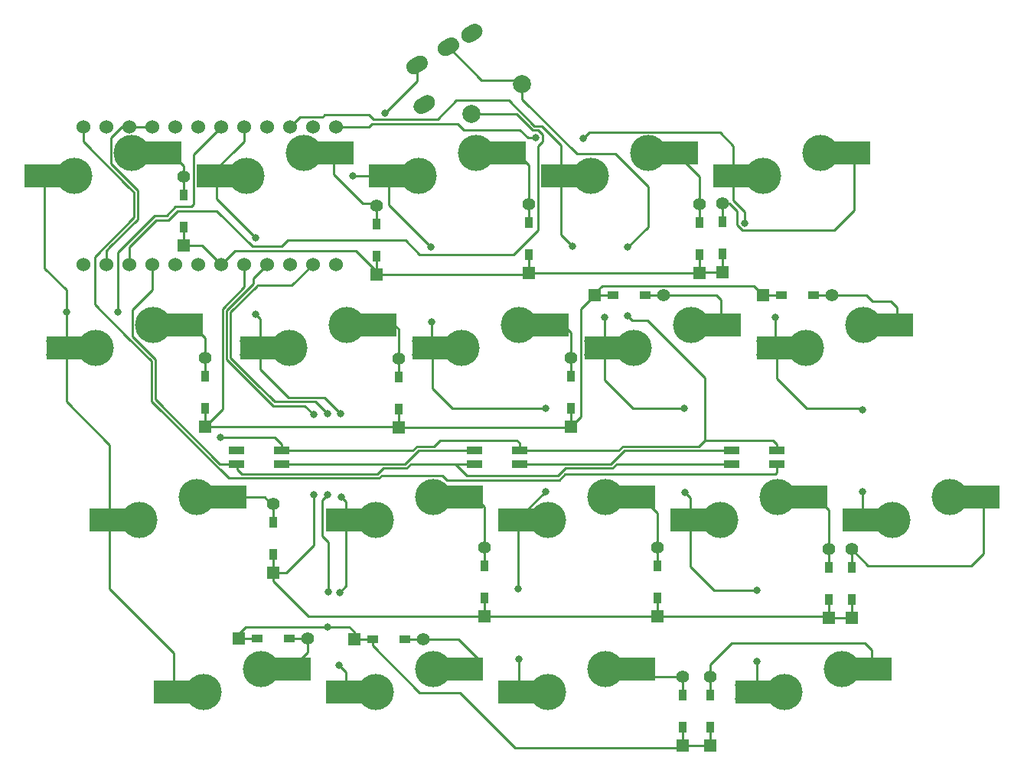
<source format=gbr>
G04 #@! TF.GenerationSoftware,KiCad,Pcbnew,(5.1.6-0-10_14)*
G04 #@! TF.CreationDate,2022-03-06T15:35:19+09:00*
G04 #@! TF.ProjectId,cool936,636f6f6c-3933-4362-9e6b-696361645f70,rev?*
G04 #@! TF.SameCoordinates,Original*
G04 #@! TF.FileFunction,Copper,L2,Bot*
G04 #@! TF.FilePolarity,Positive*
%FSLAX46Y46*%
G04 Gerber Fmt 4.6, Leading zero omitted, Abs format (unit mm)*
G04 Created by KiCad (PCBNEW (5.1.6-0-10_14)) date 2022-03-06 15:35:19*
%MOMM*%
%LPD*%
G01*
G04 APERTURE LIST*
G04 #@! TA.AperFunction,ComponentPad*
%ADD10C,1.397000*%
G04 #@! TD*
G04 #@! TA.AperFunction,ComponentPad*
%ADD11R,1.397000X1.397000*%
G04 #@! TD*
G04 #@! TA.AperFunction,SMDPad,CuDef*
%ADD12R,0.950000X1.300000*%
G04 #@! TD*
G04 #@! TA.AperFunction,Conductor*
%ADD13R,4.500000X2.500000*%
G04 #@! TD*
G04 #@! TA.AperFunction,ViaPad*
%ADD14C,0.800000*%
G04 #@! TD*
G04 #@! TA.AperFunction,ViaPad*
%ADD15C,4.000000*%
G04 #@! TD*
G04 #@! TA.AperFunction,SMDPad,CuDef*
%ADD16R,1.300000X0.950000*%
G04 #@! TD*
G04 #@! TA.AperFunction,SMDPad,CuDef*
%ADD17R,1.800000X0.820000*%
G04 #@! TD*
G04 #@! TA.AperFunction,ComponentPad*
%ADD18C,1.524000*%
G04 #@! TD*
G04 #@! TA.AperFunction,ComponentPad*
%ADD19C,2.000000*%
G04 #@! TD*
G04 #@! TA.AperFunction,Conductor*
%ADD20C,0.250000*%
G04 #@! TD*
G04 APERTURE END LIST*
D10*
X39220000Y-17580000D03*
D11*
X39220000Y-25200000D03*
D12*
X39220000Y-23165000D03*
X39220000Y-19615000D03*
D10*
X46790000Y-33730000D03*
D11*
X46790000Y-41350000D03*
D12*
X46790000Y-39315000D03*
X46790000Y-35765000D03*
D10*
X95100000Y-52870000D03*
D11*
X95100000Y-60490000D03*
D12*
X95100000Y-58455000D03*
X95100000Y-54905000D03*
D13*
X34417000Y5080000D03*
X21490000Y2540000D03*
D14*
X36195000Y4318000D03*
X19685000Y1778000D03*
X36195000Y5842000D03*
X19685000Y3302000D03*
D15*
X24765000Y2540000D03*
X31115000Y5080000D03*
D10*
X92090000Y-52870000D03*
D11*
X92090000Y-60490000D03*
D12*
X92090000Y-58455000D03*
X92090000Y-54905000D03*
D15*
X50165000Y5080000D03*
X43815000Y2540000D03*
D14*
X38735000Y3302000D03*
X55245000Y5842000D03*
X38735000Y1778000D03*
X55245000Y4318000D03*
D13*
X40540000Y2540000D03*
X53467000Y5080000D03*
D15*
X69215000Y5080000D03*
X62865000Y2540000D03*
D14*
X57785000Y3302000D03*
X74295000Y5842000D03*
X57785000Y1778000D03*
X74295000Y4318000D03*
D13*
X59590000Y2540000D03*
X72517000Y5080000D03*
D10*
X89230000Y-38610000D03*
D11*
X89230000Y-46230000D03*
D12*
X89230000Y-44195000D03*
X89230000Y-40645000D03*
D10*
X108220000Y-38760000D03*
D11*
X108220000Y-46380000D03*
D12*
X108220000Y-44345000D03*
X108220000Y-40795000D03*
X110750000Y-40825000D03*
X110750000Y-44375000D03*
D11*
X110750000Y-46410000D03*
D10*
X110750000Y-38790000D03*
X50590000Y-48660000D03*
D11*
X42970000Y-48660000D03*
D16*
X45005000Y-48660000D03*
X48555000Y-48660000D03*
D10*
X63340000Y-48730000D03*
D11*
X55720000Y-48730000D03*
D16*
X57755000Y-48730000D03*
X61305000Y-48730000D03*
D13*
X112998500Y-52070000D03*
X100071500Y-54610000D03*
D14*
X114776500Y-52832000D03*
X98266500Y-55372000D03*
X114776500Y-51308000D03*
X98266500Y-53848000D03*
D15*
X103346500Y-54610000D03*
X109696500Y-52070000D03*
D10*
X36880000Y2470000D03*
D11*
X36880000Y-5150000D03*
D12*
X36880000Y-3115000D03*
X36880000Y435000D03*
D17*
X97520000Y-29340000D03*
X97520000Y-27840000D03*
X102520000Y-27840000D03*
X102520000Y-29340000D03*
D18*
X25772000Y7991400D03*
X28312000Y7991400D03*
X30852000Y7991400D03*
X33392000Y7991400D03*
X35932000Y7991400D03*
X38472000Y7991400D03*
X41012000Y7991400D03*
X43552000Y7991400D03*
X46092000Y7991400D03*
X48632000Y7991400D03*
X51172000Y7991400D03*
X53712000Y7991400D03*
X53712000Y-7228600D03*
X51172000Y-7228600D03*
X48632000Y-7228600D03*
X46092000Y-7228600D03*
X43552000Y-7228600D03*
X41012000Y-7228600D03*
X38472000Y-7228600D03*
X35932000Y-7228600D03*
X33392000Y-7228600D03*
X30852000Y-7228600D03*
X28312000Y-7228600D03*
X25772000Y-7228600D03*
G04 #@! TA.AperFunction,ComponentPad*
G36*
G01*
X69513526Y17822531D02*
X68820706Y17422531D01*
G75*
G02*
X67659584Y17733653I-425000J736122D01*
G01*
X67659584Y17733653D01*
G75*
G02*
X67970706Y18894775I736122J425000D01*
G01*
X68663526Y19294775D01*
G75*
G02*
X69824648Y18983653I425000J-736122D01*
G01*
X69824648Y18983653D01*
G75*
G02*
X69513526Y17822531I-736122J-425000D01*
G01*
G37*
G04 #@! TD.AperFunction*
G04 #@! TA.AperFunction,ComponentPad*
G36*
G01*
X66915450Y16322531D02*
X66222630Y15922531D01*
G75*
G02*
X65061508Y16233653I-425000J736122D01*
G01*
X65061508Y16233653D01*
G75*
G02*
X65372630Y17394775I736122J425000D01*
G01*
X66065450Y17794775D01*
G75*
G02*
X67226572Y17483653I425000J-736122D01*
G01*
X67226572Y17483653D01*
G75*
G02*
X66915450Y16322531I-736122J-425000D01*
G01*
G37*
G04 #@! TD.AperFunction*
G04 #@! TA.AperFunction,ComponentPad*
G36*
G01*
X63451348Y14322531D02*
X62758528Y13922531D01*
G75*
G02*
X61597406Y14233653I-425000J736122D01*
G01*
X61597406Y14233653D01*
G75*
G02*
X61908528Y15394775I736122J425000D01*
G01*
X62601348Y15794775D01*
G75*
G02*
X63762470Y15483653I425000J-736122D01*
G01*
X63762470Y15483653D01*
G75*
G02*
X63451348Y14322531I-736122J-425000D01*
G01*
G37*
G04 #@! TD.AperFunction*
G04 #@! TA.AperFunction,ComponentPad*
G36*
G01*
X64252310Y9935225D02*
X63559490Y9535225D01*
G75*
G02*
X62398368Y9846347I-425000J736122D01*
G01*
X62398368Y9846347D01*
G75*
G02*
X62709490Y11007469I736122J425000D01*
G01*
X63402310Y11407469D01*
G75*
G02*
X64563432Y11096347I425000J-736122D01*
G01*
X64563432Y11096347D01*
G75*
G02*
X64252310Y9935225I-736122J-425000D01*
G01*
G37*
G04 #@! TD.AperFunction*
D15*
X83502500Y-52070000D03*
X77152500Y-54610000D03*
D14*
X72072500Y-53848000D03*
X88582500Y-51308000D03*
X72072500Y-55372000D03*
X88582500Y-52832000D03*
D13*
X73877500Y-54610000D03*
X86804500Y-52070000D03*
D15*
X54927500Y-13970000D03*
X48577500Y-16510000D03*
D14*
X43497500Y-15748000D03*
X60007500Y-13208000D03*
X43497500Y-17272000D03*
X60007500Y-14732000D03*
D13*
X45302500Y-16510000D03*
X58229500Y-13970000D03*
D15*
X64452500Y-52070000D03*
X58102500Y-54610000D03*
D14*
X53022500Y-53848000D03*
X69532500Y-51308000D03*
X53022500Y-55372000D03*
X69532500Y-52832000D03*
D13*
X54827500Y-54610000D03*
X67754500Y-52070000D03*
D15*
X33496000Y-13970000D03*
X27146000Y-16510000D03*
D14*
X22066000Y-15748000D03*
X38576000Y-13208000D03*
X22066000Y-17272000D03*
X38576000Y-14732000D03*
D13*
X23871000Y-16510000D03*
X36798000Y-13970000D03*
D15*
X88265000Y5080000D03*
X81915000Y2540000D03*
D14*
X76835000Y3302000D03*
X93345000Y5842000D03*
X76835000Y1778000D03*
X93345000Y4318000D03*
D13*
X78640000Y2540000D03*
X91567000Y5080000D03*
D17*
X47720000Y-29330000D03*
X47720000Y-27830000D03*
X42720000Y-27830000D03*
X42720000Y-29330000D03*
D15*
X107315000Y5080000D03*
X100965000Y2540000D03*
D14*
X95885000Y3302000D03*
X112395000Y5842000D03*
X95885000Y1778000D03*
X112395000Y4318000D03*
D13*
X97690000Y2540000D03*
X110617000Y5080000D03*
D15*
X45402500Y-52070000D03*
X39052500Y-54610000D03*
D14*
X33972500Y-53848000D03*
X50482500Y-51308000D03*
X33972500Y-55372000D03*
X50482500Y-52832000D03*
D13*
X35777500Y-54610000D03*
X48704500Y-52070000D03*
D15*
X93027500Y-13970000D03*
X86677500Y-16510000D03*
D14*
X81597500Y-15748000D03*
X98107500Y-13208000D03*
X81597500Y-17272000D03*
X98107500Y-14732000D03*
D13*
X83402500Y-16510000D03*
X96329500Y-13970000D03*
D15*
X38259000Y-33020000D03*
X31909000Y-35560000D03*
D14*
X26829000Y-34798000D03*
X43339000Y-32258000D03*
X26829000Y-36322000D03*
X43339000Y-33782000D03*
D13*
X28634000Y-35560000D03*
X41561000Y-33020000D03*
D15*
X73977500Y-13970000D03*
X67627500Y-16510000D03*
D14*
X62547500Y-15748000D03*
X79057500Y-13208000D03*
X62547500Y-17272000D03*
X79057500Y-14732000D03*
D13*
X64352500Y-16510000D03*
X77279500Y-13970000D03*
D15*
X112077500Y-13970000D03*
X105727500Y-16510000D03*
D14*
X100647500Y-15748000D03*
X117157500Y-13208000D03*
X100647500Y-17272000D03*
X117157500Y-14732000D03*
D13*
X102452500Y-16510000D03*
X115379500Y-13970000D03*
D19*
X74324583Y12685000D03*
X68695417Y9435000D03*
D10*
X75040000Y-560000D03*
D11*
X75040000Y-8180000D03*
D12*
X75040000Y-6145000D03*
X75040000Y-2595000D03*
D10*
X58200000Y-700000D03*
D11*
X58200000Y-8320000D03*
D12*
X58200000Y-6285000D03*
X58200000Y-2735000D03*
D10*
X96480000Y-500000D03*
D11*
X96480000Y-8120000D03*
D12*
X96480000Y-6085000D03*
X96480000Y-2535000D03*
D15*
X121602500Y-33020000D03*
X115252500Y-35560000D03*
D14*
X110172500Y-34798000D03*
X126682500Y-32258000D03*
X110172500Y-36322000D03*
X126682500Y-33782000D03*
D13*
X111977500Y-35560000D03*
X124904500Y-33020000D03*
D17*
X69000000Y-29350000D03*
X69000000Y-27850000D03*
X74000000Y-27850000D03*
X74000000Y-29350000D03*
D10*
X93900000Y-590000D03*
D11*
X93900000Y-8210000D03*
D12*
X93900000Y-6175000D03*
X93900000Y-2625000D03*
D10*
X89960000Y-10620000D03*
D11*
X82340000Y-10620000D03*
D16*
X84375000Y-10620000D03*
X87925000Y-10620000D03*
X106515000Y-10620000D03*
X102965000Y-10620000D03*
D11*
X100930000Y-10620000D03*
D10*
X108550000Y-10620000D03*
D15*
X83502500Y-33020000D03*
X77152500Y-35560000D03*
D14*
X72072500Y-34798000D03*
X88582500Y-32258000D03*
X72072500Y-36322000D03*
X88582500Y-33782000D03*
D13*
X73877500Y-35560000D03*
X86804500Y-33020000D03*
D15*
X64452500Y-33020000D03*
X58102500Y-35560000D03*
D14*
X53022500Y-34798000D03*
X69532500Y-32258000D03*
X53022500Y-36322000D03*
X69532500Y-33782000D03*
D13*
X54827500Y-35560000D03*
X67754500Y-33020000D03*
D10*
X70160000Y-38570000D03*
D11*
X70160000Y-46190000D03*
D12*
X70160000Y-44155000D03*
X70160000Y-40605000D03*
D10*
X79700000Y-17610000D03*
D11*
X79700000Y-25230000D03*
D12*
X79700000Y-23195000D03*
X79700000Y-19645000D03*
D10*
X60690000Y-17660000D03*
D11*
X60690000Y-25280000D03*
D12*
X60690000Y-23245000D03*
X60690000Y-19695000D03*
D15*
X102552500Y-33020000D03*
X96202500Y-35560000D03*
D14*
X91122500Y-34798000D03*
X107632500Y-32258000D03*
X91122500Y-36322000D03*
X107632500Y-33782000D03*
D13*
X92927500Y-35560000D03*
X105854500Y-33020000D03*
D14*
X51230000Y-23860000D03*
X51270000Y-32720000D03*
X52870000Y-43480000D03*
X52820000Y-47370000D03*
X52790000Y-23800000D03*
X52790000Y-32720000D03*
X40960000Y-26370000D03*
X85960000Y-12940000D03*
X85960000Y-5340000D03*
X59140000Y9550000D03*
X23871000Y-12529000D03*
X29600000Y-12530000D03*
X54270000Y-32970000D03*
X54220000Y-23800000D03*
X44840000Y-12780000D03*
X44790000Y-4250000D03*
X54070000Y-51600000D03*
X54130000Y-43540000D03*
X76870000Y-32410000D03*
X64290000Y-13600000D03*
X64220000Y-5290000D03*
X73900000Y-43150000D03*
X73960000Y-50910000D03*
X55590000Y2540000D03*
X76870000Y-23190000D03*
X79900000Y-5250000D03*
X92240000Y-23210000D03*
X92300000Y-32490000D03*
X100240000Y-43320000D03*
X83420000Y-13130000D03*
X100240000Y-51190000D03*
X111940000Y-32410000D03*
X98950000Y-2670000D03*
X102290000Y-13110000D03*
X111920000Y-23310000D03*
X75850000Y6760000D03*
X81040000Y6730000D03*
D20*
X36880000Y2470000D02*
X36880000Y3633000D01*
X36880000Y2230000D02*
X36880000Y195000D01*
X35433000Y5080000D02*
X36195000Y4318000D01*
X34417000Y4693000D02*
X34417000Y5080000D01*
X34417000Y5080000D02*
X35433000Y5080000D01*
X34417000Y5080000D02*
X31115000Y5080000D01*
X36880000Y3633000D02*
X36195000Y4318000D01*
X36880000Y2470000D02*
X36880000Y435000D01*
X53467000Y2723000D02*
X53467000Y5080000D01*
X50165000Y5080000D02*
X53467000Y5080000D01*
X56640000Y-450000D02*
X53467000Y2723000D01*
X56640000Y-450000D02*
X57950000Y-450000D01*
X58200000Y-700000D02*
X58200000Y-2735000D01*
X58200000Y-700000D02*
X58200000Y-510000D01*
X57950000Y-450000D02*
X58200000Y-700000D01*
X75040000Y3750000D02*
X75040000Y-560000D01*
X72517000Y5080000D02*
X73710000Y5080000D01*
X75040000Y-560000D02*
X75040000Y-2595000D01*
X69215000Y5080000D02*
X72517000Y5080000D01*
X73710000Y5080000D02*
X75040000Y3750000D01*
X93900000Y2510000D02*
X91567000Y4843000D01*
X93900000Y-590000D02*
X93900000Y2510000D01*
X93900000Y-2625000D02*
X93900000Y-590000D01*
X91567000Y4843000D02*
X91567000Y5080000D01*
X91567000Y5080000D02*
X88265000Y5080000D01*
X98686998Y-3480000D02*
X108850000Y-3480000D01*
X98040000Y-1340000D02*
X98040000Y-2833002D01*
X96480000Y-500000D02*
X96480000Y-2535000D01*
X96480000Y-500000D02*
X97200000Y-500000D01*
X107315000Y5080000D02*
X110617000Y5080000D01*
X97200000Y-500000D02*
X98040000Y-1340000D01*
X98040000Y-2833002D02*
X98686998Y-3480000D01*
X108850000Y-3480000D02*
X111055001Y-1274999D01*
X111055001Y-1274999D02*
X111055001Y4641999D01*
X111055001Y4641999D02*
X110617000Y5080000D01*
X58229500Y-13970000D02*
X60250000Y-13970000D01*
X60690000Y-14410000D02*
X60690000Y-17660000D01*
X60690000Y-17660000D02*
X60690000Y-19695000D01*
X60250000Y-13970000D02*
X60690000Y-14410000D01*
X54927500Y-13970000D02*
X58229500Y-13970000D01*
X79700000Y-17610000D02*
X79700000Y-19645000D01*
X79700000Y-14780000D02*
X79700000Y-17610000D01*
X77279500Y-13970000D02*
X78890000Y-13970000D01*
X78890000Y-13970000D02*
X79700000Y-14780000D01*
X73977500Y-13970000D02*
X77279500Y-13970000D01*
X93027500Y-13970000D02*
X96329500Y-13970000D01*
X96329500Y-11119500D02*
X96329500Y-13970000D01*
X95830000Y-10620000D02*
X96329500Y-11119500D01*
X89960000Y-10620000D02*
X95830000Y-10620000D01*
X87925000Y-10620000D02*
X89960000Y-10620000D01*
X115810000Y-12000000D02*
X115810000Y-13539500D01*
X112077500Y-13970000D02*
X115379500Y-13970000D01*
X106515000Y-10620000D02*
X108550000Y-10620000D01*
X115100000Y-11290000D02*
X115810000Y-12000000D01*
X112380000Y-10620000D02*
X113050000Y-11290000D01*
X108550000Y-10620000D02*
X112380000Y-10620000D01*
X113050000Y-11290000D02*
X115100000Y-11290000D01*
X115810000Y-13539500D02*
X115379500Y-13970000D01*
X70160000Y-38570000D02*
X70160000Y-40605000D01*
X70160000Y-34100000D02*
X70160000Y-38570000D01*
X67754500Y-33020000D02*
X69080000Y-33020000D01*
X64452500Y-33020000D02*
X67754500Y-33020000D01*
X69080000Y-33020000D02*
X70160000Y-34100000D01*
X89230000Y-40645000D02*
X89230000Y-38610000D01*
X89230000Y-38610000D02*
X89230000Y-34770000D01*
X89230000Y-34770000D02*
X87480000Y-33020000D01*
X87480000Y-33020000D02*
X86804500Y-33020000D01*
X83502500Y-33020000D02*
X86804500Y-33020000D01*
X108220000Y-40795000D02*
X108220000Y-38760000D01*
X105854500Y-33020000D02*
X106800000Y-33020000D01*
X108220000Y-34440000D02*
X108220000Y-38760000D01*
X106870500Y-33020000D02*
X107632500Y-33782000D01*
X105854500Y-33020000D02*
X106870500Y-33020000D01*
X106800000Y-33020000D02*
X108220000Y-34440000D01*
X102552500Y-33020000D02*
X105854500Y-33020000D01*
X125342501Y-33458001D02*
X124904500Y-33020000D01*
X110750000Y-38790000D02*
X112570000Y-40610000D01*
X110750000Y-38790000D02*
X110750000Y-40825000D01*
X123990000Y-40610000D02*
X125342501Y-39257499D01*
X125342501Y-39257499D02*
X125342501Y-33458001D01*
X112570000Y-40610000D02*
X123990000Y-40610000D01*
X121602500Y-33020000D02*
X124904500Y-33020000D01*
X45402500Y-52070000D02*
X48704500Y-52070000D01*
X50590000Y-50184500D02*
X48704500Y-52070000D01*
X50590000Y-48660000D02*
X50590000Y-50184500D01*
X48555000Y-48660000D02*
X50590000Y-48660000D01*
X61305000Y-48730000D02*
X63340000Y-48730000D01*
X63340000Y-48730000D02*
X67260000Y-48730000D01*
X64452500Y-52070000D02*
X67754500Y-52070000D01*
X67260000Y-48730000D02*
X69532500Y-51002500D01*
X69532500Y-51002500D02*
X69532500Y-51308000D01*
X83502500Y-52070000D02*
X86804500Y-52070000D01*
X92090000Y-52870000D02*
X87604500Y-52870000D01*
X92090000Y-54905000D02*
X92090000Y-52870000D01*
X87604500Y-52870000D02*
X86804500Y-52070000D01*
X39220000Y-15400000D02*
X39220000Y-17580000D01*
X36798000Y-13970000D02*
X37790000Y-13970000D01*
X39220000Y-17580000D02*
X39220000Y-19615000D01*
X37790000Y-13970000D02*
X39220000Y-15400000D01*
X33496000Y-13970000D02*
X36798000Y-13970000D01*
X45830000Y-33020000D02*
X46540000Y-33730000D01*
X41561000Y-33020000D02*
X45830000Y-33020000D01*
X38259000Y-33020000D02*
X41561000Y-33020000D01*
X46540000Y-33730000D02*
X46790000Y-33730000D01*
X46790000Y-33730000D02*
X46790000Y-35765000D01*
X95100000Y-54905000D02*
X95100000Y-52870000D01*
X95100000Y-51570000D02*
X97480000Y-49190000D01*
X109696500Y-52070000D02*
X112998500Y-52070000D01*
X97480000Y-49190000D02*
X112240000Y-49190000D01*
X95100000Y-52870000D02*
X95100000Y-51570000D01*
X112998500Y-49948500D02*
X112998500Y-52070000D01*
X112240000Y-49190000D02*
X112998500Y-49948500D01*
X93990000Y-8120000D02*
X93900000Y-8210000D01*
X96480000Y-8120000D02*
X93990000Y-8120000D01*
X41092000Y-7758600D02*
X41092000Y-6852000D01*
X58200000Y-8320000D02*
X74900000Y-8320000D01*
X36880000Y-3355000D02*
X36880000Y-5390000D01*
X93690000Y-8210000D02*
X93660000Y-8180000D01*
X58200000Y-6285000D02*
X58200000Y-8320000D01*
X96480000Y-8120000D02*
X96480000Y-6085000D01*
X43390000Y-5740000D02*
X55940000Y-5740000D01*
X75040000Y-8180000D02*
X93660000Y-8180000D01*
X93900000Y-8210000D02*
X93900000Y-6175000D01*
X93900000Y-8210000D02*
X93690000Y-8210000D01*
X74900000Y-8320000D02*
X75040000Y-8180000D01*
X55940000Y-5740000D02*
X58200000Y-8000000D01*
X58200000Y-8000000D02*
X58200000Y-8320000D01*
X42500600Y-5740000D02*
X43020000Y-5740000D01*
X41012000Y-7228600D02*
X42500600Y-5740000D01*
X75040000Y-6145000D02*
X75040000Y-8180000D01*
X41092000Y-6852000D02*
X41108000Y-6852000D01*
X39173400Y-5390000D02*
X39741700Y-5958300D01*
X43020000Y-5740000D02*
X43390000Y-5740000D01*
X36880000Y-5150000D02*
X38933400Y-5150000D01*
X42870600Y-5740000D02*
X43020000Y-5740000D01*
X38933400Y-5150000D02*
X39741700Y-5958300D01*
X39741700Y-5958300D02*
X41012000Y-7228600D01*
X41160000Y-23270000D02*
X39230000Y-25200000D01*
X43552000Y-9742190D02*
X41160000Y-12134190D01*
X41160000Y-12134190D02*
X41160000Y-12630000D01*
X41160000Y-12630000D02*
X41160000Y-23270000D01*
X39230000Y-25200000D02*
X39220000Y-25200000D01*
X43552000Y-7228600D02*
X43552000Y-9742190D01*
X82340000Y-10620000D02*
X84375000Y-10620000D01*
X80827499Y-23422501D02*
X80830000Y-23425002D01*
X79700000Y-23195000D02*
X79700000Y-25230000D01*
X99906499Y-9596499D02*
X100930000Y-10620000D01*
X60610000Y-25200000D02*
X60690000Y-25280000D01*
X80827499Y-12132501D02*
X80827499Y-23422501D01*
X60690000Y-25280000D02*
X79650000Y-25280000D01*
X82340000Y-10410000D02*
X83153501Y-9596499D01*
X60690000Y-23245000D02*
X60690000Y-25280000D01*
X80830000Y-23425002D02*
X80830000Y-24100000D01*
X79650000Y-25280000D02*
X79700000Y-25230000D01*
X82340000Y-10620000D02*
X80827499Y-12132501D01*
X39220000Y-25200000D02*
X60610000Y-25200000D01*
X83153501Y-9596499D02*
X99906499Y-9596499D01*
X80830000Y-24100000D02*
X79700000Y-25230000D01*
X100930000Y-10620000D02*
X102965000Y-10620000D01*
X39220000Y-23165000D02*
X39220000Y-25200000D01*
X82340000Y-10620000D02*
X82340000Y-10410000D01*
X43325300Y-10605300D02*
X42925300Y-11005300D01*
X108070000Y-46230000D02*
X108220000Y-46380000D01*
X42925300Y-11005300D02*
X41610010Y-12320590D01*
X51270000Y-38300000D02*
X51270000Y-32720000D01*
X46790000Y-41350000D02*
X48220000Y-41350000D01*
X70160000Y-46190000D02*
X89190000Y-46190000D01*
X41610010Y-12320590D02*
X41610010Y-17782830D01*
X89230000Y-44195000D02*
X89230000Y-46230000D01*
X50280000Y-22910000D02*
X51230000Y-23860000D01*
X44537000Y-8783600D02*
X44537000Y-9393600D01*
X110750000Y-46410000D02*
X108250000Y-46410000D01*
X108250000Y-46410000D02*
X108220000Y-46380000D01*
X46790000Y-39315000D02*
X46790000Y-41350000D01*
X50660000Y-46190000D02*
X70160000Y-46190000D01*
X46790000Y-41350000D02*
X46790000Y-42320000D01*
X44537000Y-9393600D02*
X42925300Y-11005300D01*
X41610010Y-17782830D02*
X46737180Y-22910000D01*
X46092000Y-7228600D02*
X44537000Y-8783600D01*
X46790000Y-42320000D02*
X50660000Y-46190000D01*
X70160000Y-44155000D02*
X70160000Y-46190000D01*
X48220000Y-41350000D02*
X51270000Y-38300000D01*
X108220000Y-46380000D02*
X108220000Y-44345000D01*
X110750000Y-44375000D02*
X110750000Y-46410000D01*
X46737180Y-22910000D02*
X50280000Y-22910000D01*
X89230000Y-46230000D02*
X108070000Y-46230000D01*
X89190000Y-46190000D02*
X89230000Y-46230000D01*
X52870000Y-38000000D02*
X52870000Y-43480000D01*
X52190000Y-37320000D02*
X52870000Y-38000000D01*
X91840000Y-60740000D02*
X92090000Y-60490000D01*
X52820000Y-47370000D02*
X55190000Y-47370000D01*
X57755000Y-49455000D02*
X62970000Y-54670000D01*
X48285088Y-22440000D02*
X46903590Y-22440000D01*
X55190000Y-47370000D02*
X55720000Y-47900000D01*
X46903590Y-22440000D02*
X46401795Y-21938205D01*
X44987010Y-9612990D02*
X42060020Y-12539980D01*
X46270000Y-9580000D02*
X44987010Y-9580000D01*
X45071795Y-20608205D02*
X42060020Y-17596430D01*
X46430000Y-9580000D02*
X46270000Y-9580000D01*
X55720000Y-47900000D02*
X55720000Y-48730000D01*
X92090000Y-58455000D02*
X92090000Y-60490000D01*
X52190000Y-33320000D02*
X52190000Y-37320000D01*
X42060020Y-12539980D02*
X42060020Y-17219980D01*
X44852491Y-20388901D02*
X45071795Y-20608205D01*
X55720000Y-48730000D02*
X57755000Y-48730000D01*
X43720000Y-47370000D02*
X52820000Y-47370000D01*
X67440000Y-54670000D02*
X73510000Y-60740000D01*
X42970000Y-48660000D02*
X42970000Y-48120000D01*
X51430000Y-22440000D02*
X52790000Y-23800000D01*
X62970000Y-54670000D02*
X67440000Y-54670000D01*
X92090000Y-60490000D02*
X95100000Y-60490000D01*
X73510000Y-60740000D02*
X91840000Y-60740000D01*
X44987010Y-9580000D02*
X44987010Y-9612990D01*
X57755000Y-48730000D02*
X57755000Y-49455000D01*
X45005000Y-48660000D02*
X42970000Y-48660000D01*
X48820600Y-9580000D02*
X46270000Y-9580000D01*
X46401795Y-21938205D02*
X46721795Y-22258205D01*
X42060020Y-17596430D02*
X42060020Y-17219980D01*
X95100000Y-60490000D02*
X95100000Y-58455000D01*
X51172000Y-7228600D02*
X48820600Y-9580000D01*
X42970000Y-48120000D02*
X43720000Y-47370000D01*
X52790000Y-32720000D02*
X52190000Y-33320000D01*
X45071795Y-20608205D02*
X46401795Y-21938205D01*
X48285088Y-22440000D02*
X51430000Y-22440000D01*
X46650600Y-9580000D02*
X46430000Y-9580000D01*
X28789999Y3959999D02*
X28789999Y6769999D01*
X31810000Y943998D02*
X28793999Y3959999D01*
X31810000Y-2220000D02*
X31810000Y943998D01*
X28690000Y-5340000D02*
X31810000Y-2220000D01*
X28793999Y3959999D02*
X28789999Y3959999D01*
X28789999Y6769999D02*
X30011400Y7991400D01*
X30011400Y7991400D02*
X30852000Y7991400D01*
X30852000Y7991400D02*
X33392000Y7991400D01*
X28392000Y-5638000D02*
X28690000Y-5340000D01*
X28312000Y-7228600D02*
X28312000Y-5718000D01*
X28312000Y-5718000D02*
X28690000Y-5340000D01*
X30295398Y7701400D02*
X30932000Y7701400D01*
X73724990Y-26714990D02*
X65255010Y-26714990D01*
X88200749Y-13459251D02*
X94505010Y-19763512D01*
X62643599Y-27399991D02*
X62213590Y-27830000D01*
X102520000Y-27840000D02*
X102520000Y-27180000D01*
X94505010Y-26704990D02*
X93820010Y-27389990D01*
X84993590Y-27850000D02*
X74000000Y-27850000D01*
X94505010Y-19763512D02*
X94505010Y-26704990D01*
X62213590Y-27830000D02*
X47720000Y-27830000D01*
X65255010Y-26714990D02*
X64570010Y-27399990D01*
X88230000Y-3070000D02*
X85960000Y-5340000D01*
X88230000Y1370000D02*
X88230000Y-3070000D01*
X93820010Y-27389990D02*
X85453599Y-27389991D01*
X86479251Y-13459251D02*
X85960000Y-12940000D01*
X47720000Y-27170000D02*
X46920000Y-26370000D01*
X74000000Y-26990000D02*
X73724990Y-26714990D01*
X88200749Y-13459251D02*
X86479251Y-13459251D01*
X46920000Y-26370000D02*
X40960000Y-26370000D01*
X69832693Y13170000D02*
X73839583Y13170000D01*
X47720000Y-27830000D02*
X47720000Y-27170000D01*
X80350000Y4990000D02*
X84610000Y4990000D01*
X85453599Y-27389991D02*
X84993590Y-27850000D01*
X66144040Y16858653D02*
X69832693Y13170000D01*
X74000000Y-27850000D02*
X74000000Y-26990000D01*
X102044990Y-26704990D02*
X94505010Y-26704990D01*
X84610000Y4990000D02*
X88230000Y1370000D01*
X74324583Y12685000D02*
X74324583Y11015417D01*
X64570010Y-27399990D02*
X62643599Y-27399991D01*
X74324583Y11015417D02*
X80350000Y4990000D01*
X73839583Y13170000D02*
X74324583Y12685000D01*
X102520000Y-27180000D02*
X102044990Y-26704990D01*
X31170999Y-12259001D02*
X32790000Y-10640000D01*
X33392000Y-10038000D02*
X32790000Y-10640000D01*
X33392000Y-7228600D02*
X33392000Y-10038000D01*
X42720000Y-29330000D02*
X40866212Y-29330000D01*
X33724910Y-17750526D02*
X31170999Y-15196615D01*
X40866212Y-29330000D02*
X33724911Y-22188699D01*
X31170999Y-15196615D02*
X31170999Y-12259001D01*
X33724911Y-22188699D02*
X33724910Y-17750526D01*
X62679938Y14858653D02*
X62679938Y13089938D01*
X62679938Y13089938D02*
X59140000Y9550000D01*
X69000000Y-29350000D02*
X66920000Y-29350000D01*
X66920000Y-29350000D02*
X61966410Y-29350000D01*
X68190000Y-30620000D02*
X66920000Y-29350000D01*
X78260000Y-30620000D02*
X68190000Y-30620000D01*
X79079990Y-29800010D02*
X78260000Y-30620000D01*
X84316400Y-29800010D02*
X79079990Y-29800010D01*
X97520000Y-29340000D02*
X84776410Y-29340000D01*
X84776410Y-29340000D02*
X84316400Y-29800010D01*
X61966410Y-29350000D02*
X61536401Y-29780009D01*
X58989990Y-29780010D02*
X61536401Y-29780009D01*
X58304990Y-30465010D02*
X58989990Y-29780010D01*
X42750000Y-29960000D02*
X43255010Y-30465010D01*
X43255010Y-30465010D02*
X58304990Y-30465010D01*
X42750000Y-29450000D02*
X42750000Y-29960000D01*
X42720000Y-29330000D02*
X42720000Y-29420000D01*
X42720000Y-29420000D02*
X42750000Y-29450000D01*
X84130000Y-29350000D02*
X85640000Y-27840000D01*
X74000000Y-29350000D02*
X84130000Y-29350000D01*
X85640000Y-27840000D02*
X97520000Y-27840000D01*
X25852000Y6261588D02*
X25986794Y6126794D01*
X25772000Y6341588D02*
X25986794Y6126794D01*
X25986794Y6126794D02*
X30703588Y1410000D01*
X25772000Y7991400D02*
X25772000Y6341588D01*
X30703588Y1410000D02*
X30707588Y1410000D01*
X30720990Y-15383016D02*
X33274901Y-17936927D01*
X79041400Y-30475010D02*
X102304990Y-30475010D01*
X30707588Y1410000D02*
X31359990Y757598D01*
X58491390Y-30915020D02*
X58806410Y-30600000D01*
X58806410Y-30600000D02*
X65473502Y-30600000D01*
X65963502Y-31090000D02*
X78426410Y-31090000D01*
X31359990Y757598D02*
X31359990Y-2033600D01*
X78426410Y-31090000D02*
X79041400Y-30475010D01*
X102304990Y-30475010D02*
X102520000Y-30260000D01*
X27020000Y-6373590D02*
X27020000Y-11670002D01*
X27020000Y-11670002D02*
X30720990Y-15370992D01*
X30720990Y-15370992D02*
X30720990Y-15383016D01*
X102520000Y-30260000D02*
X102520000Y-29340000D01*
X33274901Y-22375099D02*
X41814822Y-30915020D01*
X41814822Y-30915020D02*
X58491390Y-30915020D01*
X33274901Y-17936927D02*
X33274901Y-22375099D01*
X31359990Y-2033600D02*
X27020000Y-6373590D01*
X65473502Y-30600000D02*
X65963502Y-31090000D01*
X61350000Y-29330000D02*
X62830000Y-27850000D01*
X62830000Y-27850000D02*
X69000000Y-27850000D01*
X47720000Y-29330000D02*
X61350000Y-29330000D01*
X29600000Y-12530000D02*
X29600000Y-5903590D01*
X29600000Y-5903590D02*
X33643599Y-1859991D01*
X33643599Y-1859991D02*
X34960009Y-1859991D01*
X34960009Y-1859991D02*
X35960000Y-860000D01*
X35960000Y-860000D02*
X37680000Y-860000D01*
X37680000Y-860000D02*
X37964999Y-575001D01*
X37964999Y-575001D02*
X37964999Y3915001D01*
X37964999Y4574399D02*
X37964999Y3915001D01*
X37964999Y4944399D02*
X37964999Y3915001D01*
X41012000Y7991400D02*
X37964999Y4944399D01*
X23871000Y-10071000D02*
X23871000Y-12529000D01*
X21490000Y-7690000D02*
X23871000Y-10071000D01*
X21490000Y2540000D02*
X21490000Y-7690000D01*
X23871000Y-12529000D02*
X23871000Y-16510000D01*
X28634000Y-43114000D02*
X35777500Y-50257500D01*
X35777500Y-50257500D02*
X35777500Y-54610000D01*
X28634000Y-35560000D02*
X28634000Y-43114000D01*
X23871000Y-22441000D02*
X28634000Y-27204000D01*
X28634000Y-27204000D02*
X28634000Y-35560000D01*
X23871000Y-16510000D02*
X23871000Y-22441000D01*
X35777500Y-54610000D02*
X39052500Y-54610000D01*
X31909000Y-35560000D02*
X28634000Y-35560000D01*
X23871000Y-16510000D02*
X27146000Y-16510000D01*
X24765000Y2540000D02*
X21490000Y2540000D01*
X44840000Y-12780000D02*
X45302500Y-13242500D01*
X45302500Y-13242500D02*
X45302500Y-16510000D01*
X54827500Y-54610000D02*
X58102500Y-54610000D01*
X58102500Y-35560000D02*
X54827500Y-35560000D01*
X45302500Y-16510000D02*
X48577500Y-16510000D01*
X43815000Y2540000D02*
X40540000Y2540000D01*
X40540000Y2540000D02*
X40540000Y1110000D01*
X44790000Y-4250000D02*
X40540000Y0D01*
X40540000Y0D02*
X40540000Y1110000D01*
X45302500Y-16510000D02*
X45302500Y-18752500D01*
X45302500Y-18821002D02*
X45302500Y-18752500D01*
X52410000Y-21990000D02*
X48471498Y-21990000D01*
X48471498Y-21990000D02*
X45302500Y-18821002D01*
X40540000Y3400000D02*
X40540000Y2540000D01*
X43552000Y6412000D02*
X42505000Y5365000D01*
X54270000Y-32970000D02*
X54827500Y-33527500D01*
X54827500Y-33527500D02*
X54827500Y-35560000D01*
X42505000Y5365000D02*
X40540000Y3400000D01*
X54827500Y-35560000D02*
X54827500Y-42842500D01*
X54827500Y-42842500D02*
X54130000Y-43540000D01*
X54070000Y-51600000D02*
X54827500Y-52357500D01*
X43552000Y7991400D02*
X43552000Y6412000D01*
X54220000Y-23800000D02*
X52410000Y-21990000D01*
X54827500Y-52357500D02*
X54827500Y-54610000D01*
X73960000Y-50910000D02*
X73960000Y-54527500D01*
X64290000Y-13600000D02*
X64290000Y-16447500D01*
X73877500Y-35402500D02*
X73877500Y-35560000D01*
X59590000Y2540000D02*
X59590000Y-690000D01*
X59590000Y2540000D02*
X55590000Y2540000D01*
X64352500Y-16510000D02*
X67627500Y-16510000D01*
X64352500Y-16510000D02*
X64352500Y-20952500D01*
X73877500Y-35560000D02*
X73877500Y-43127500D01*
X64290000Y-16447500D02*
X64352500Y-16510000D01*
X64352500Y-20952500D02*
X66590000Y-23190000D01*
X62865000Y2540000D02*
X59590000Y2540000D01*
X73960000Y-54527500D02*
X73877500Y-54610000D01*
X66590000Y-23190000D02*
X76870000Y-23190000D01*
X73877500Y-43127500D02*
X73900000Y-43150000D01*
X64190000Y-5290000D02*
X64220000Y-5290000D01*
X73877500Y-54610000D02*
X77152500Y-54610000D01*
X77152500Y-35560000D02*
X73877500Y-35560000D01*
X59590000Y-690000D02*
X64190000Y-5290000D01*
X76870000Y-32410000D02*
X73877500Y-35402500D01*
X100071500Y-54610000D02*
X103346500Y-54610000D01*
X83420000Y-13130000D02*
X83420000Y-16492500D01*
X86560000Y-23210000D02*
X92240000Y-23210000D01*
X96202500Y-35560000D02*
X92927500Y-35560000D01*
X83402500Y-16482500D02*
X83402500Y-16510000D01*
X75640001Y8109999D02*
X76490001Y8109999D01*
X83402500Y-16510000D02*
X86677500Y-16510000D01*
X83420000Y-16492500D02*
X83402500Y-16510000D01*
X57340000Y9320000D02*
X57861001Y8798999D01*
X57861001Y8798999D02*
X64928999Y8798999D01*
X72840000Y10910000D02*
X75640001Y8109999D01*
X67040000Y10910000D02*
X72840000Y10910000D01*
X92927500Y-35560000D02*
X92927500Y-40727500D01*
X83402500Y-16510000D02*
X83402500Y-20052500D01*
X76490001Y8109999D02*
X78640000Y5960000D01*
X81915000Y2540000D02*
X78640000Y2540000D01*
X78640000Y5960000D02*
X78640000Y2540000D01*
X92300000Y-32490000D02*
X92927500Y-33117500D01*
X64928999Y8798999D02*
X67040000Y10910000D01*
X78640000Y2540000D02*
X78640000Y-3990000D01*
X52474190Y9320000D02*
X57340000Y9320000D01*
X92927500Y-33117500D02*
X92927500Y-35560000D01*
X78640000Y-3990000D02*
X79900000Y-5250000D01*
X83402500Y-20052500D02*
X86560000Y-23210000D01*
X92927500Y-40727500D02*
X95520000Y-43320000D01*
X100240000Y-51190000D02*
X100240000Y-54441500D01*
X48632000Y7991400D02*
X49719001Y9078401D01*
X100240000Y-54441500D02*
X100071500Y-54610000D01*
X52367095Y9212905D02*
X52474190Y9320000D01*
X49719001Y9078401D02*
X52232591Y9078401D01*
X52232591Y9078401D02*
X52367095Y9212905D01*
X95520000Y-43320000D02*
X100240000Y-43320000D01*
X98950000Y-2670000D02*
X98950000Y-1380000D01*
X98950000Y-1380000D02*
X97690000Y-120000D01*
X105790000Y-23170000D02*
X111780000Y-23170000D01*
X111780000Y-23170000D02*
X111920000Y-23310000D01*
X81040000Y6730000D02*
X81715001Y7405001D01*
X53712000Y7991400D02*
X57317012Y7991400D01*
X93115001Y7405001D02*
X94684999Y7405001D01*
X74960000Y6760000D02*
X75850000Y6760000D01*
X97690000Y5890000D02*
X96174999Y7405001D01*
X67184016Y8348989D02*
X67873016Y7659989D01*
X57317012Y7991400D02*
X57674601Y8348989D01*
X102452500Y-16510000D02*
X105727500Y-16510000D01*
X97690000Y-120000D02*
X97690000Y840000D01*
X102290000Y-16347500D02*
X102452500Y-16510000D01*
X96174999Y7405001D02*
X93115001Y7405001D01*
X67873016Y7659989D02*
X74060011Y7659989D01*
X100965000Y2540000D02*
X97690000Y2540000D01*
X97690000Y2540000D02*
X97690000Y5890000D01*
X111940000Y-32410000D02*
X111940000Y-35522500D01*
X57674601Y8348989D02*
X67184016Y8348989D01*
X102452500Y-16510000D02*
X102452500Y-19832500D01*
X81715001Y7405001D02*
X93115001Y7405001D01*
X102452500Y-19832500D02*
X105790000Y-23170000D01*
X97690000Y840000D02*
X97690000Y2540000D01*
X102290000Y-13110000D02*
X102290000Y-16347500D01*
X115252500Y-35560000D02*
X111977500Y-35560000D01*
X111940000Y-35522500D02*
X111977500Y-35560000D01*
X74060011Y7659989D02*
X74960000Y6760000D01*
X38699980Y-1320000D02*
X40540000Y-1320000D01*
X36146400Y-1310010D02*
X38689990Y-1310010D01*
X38689990Y-1310010D02*
X38699980Y-1320000D01*
X62970000Y-6120000D02*
X73354998Y-6120000D01*
X76063501Y-226499D02*
X76064999Y-225001D01*
X76023013Y7659989D02*
X75453600Y7659990D01*
X30852000Y-5288000D02*
X31450000Y-4690000D01*
X35146410Y-2310000D02*
X36146400Y-1310010D01*
X40540000Y-1320000D02*
X44450000Y-5230000D01*
X73354998Y-6120000D02*
X76063501Y-3411497D01*
X75453600Y7659990D02*
X73678590Y9435000D01*
X48370000Y-4570000D02*
X61420000Y-4570000D01*
X44450000Y-5230000D02*
X47710000Y-5230000D01*
X76575001Y6411999D02*
X76575001Y7108001D01*
X76064999Y5901997D02*
X76575001Y6411999D01*
X76064999Y-225001D02*
X76064999Y5901997D01*
X30852000Y-7228600D02*
X30852000Y-5288000D01*
X61420000Y-4570000D02*
X62970000Y-6120000D01*
X76063501Y-3411497D02*
X76063501Y-226499D01*
X33830000Y-2310000D02*
X35146410Y-2310000D01*
X31450000Y-4690000D02*
X33830000Y-2310000D01*
X76575001Y7108001D02*
X76023013Y7659989D01*
X73678590Y9435000D02*
X68695417Y9435000D01*
X47710000Y-5230000D02*
X48370000Y-4570000D01*
X30932000Y-5208000D02*
X31450000Y-4690000D01*
M02*

</source>
